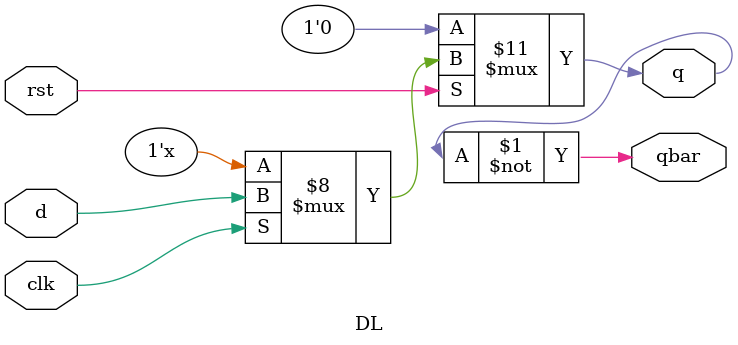
<source format=v>
module DL(
          input d,clk,rst,
          output reg q,
          output qbar
          );

assign qbar=~q;

//behaviroul model
always @(d,rst,clk)
begin
if(rst==0)
    q<=0;
    else if(clk==1)
        begin
        if(!d)
            q<=d;
        else
            q<=d;
        end
 end
 endmodule


</source>
